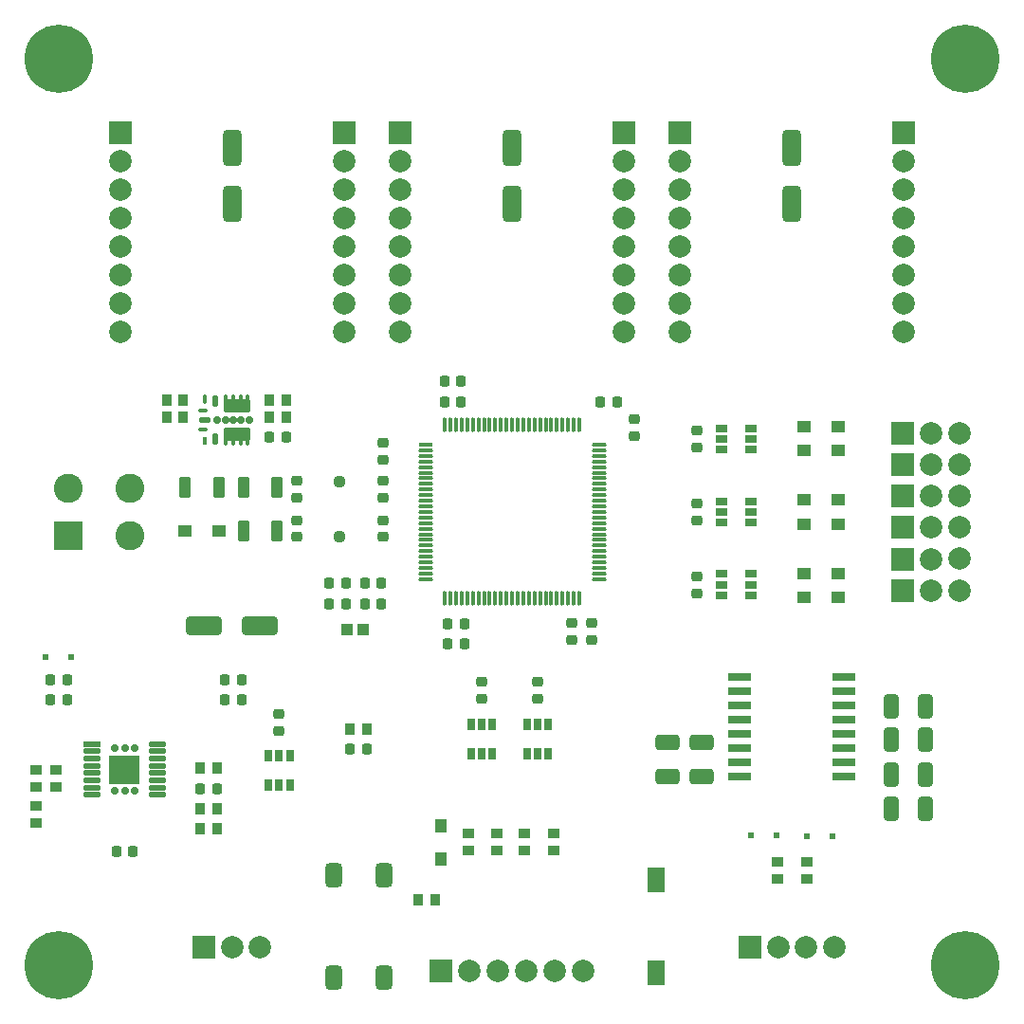
<source format=gts>
G04*
G04 #@! TF.GenerationSoftware,Altium Limited,Altium Designer,19.1.6 (110)*
G04*
G04 Layer_Color=8388736*
%FSLAX43Y43*%
%MOMM*%
G71*
G01*
G75*
G04:AMPARAMS|DCode=18|XSize=1mm|YSize=0.9mm|CornerRadius=0.25mm|HoleSize=0mm|Usage=FLASHONLY|Rotation=0.000|XOffset=0mm|YOffset=0mm|HoleType=Round|Shape=RoundedRectangle|*
%AMROUNDEDRECTD18*
21,1,1.000,0.400,0,0,0.0*
21,1,0.500,0.900,0,0,0.0*
1,1,0.500,0.250,-0.200*
1,1,0.500,-0.250,-0.200*
1,1,0.500,-0.250,0.200*
1,1,0.500,0.250,0.200*
%
%ADD18ROUNDEDRECTD18*%
G04:AMPARAMS|DCode=19|XSize=1.7mm|YSize=3.3mm|CornerRadius=0.45mm|HoleSize=0mm|Usage=FLASHONLY|Rotation=0.000|XOffset=0mm|YOffset=0mm|HoleType=Round|Shape=RoundedRectangle|*
%AMROUNDEDRECTD19*
21,1,1.700,2.400,0,0,0.0*
21,1,0.800,3.300,0,0,0.0*
1,1,0.900,0.400,-1.200*
1,1,0.900,-0.400,-1.200*
1,1,0.900,-0.400,1.200*
1,1,0.900,0.400,1.200*
%
%ADD19ROUNDEDRECTD19*%
%ADD20R,0.600X0.600*%
%ADD21R,1.200X1.100*%
%ADD22R,1.100X0.700*%
G04:AMPARAMS|DCode=23|XSize=0.7mm|YSize=1.1mm|CornerRadius=0.2mm|HoleSize=0mm|Usage=FLASHONLY|Rotation=270.000|XOffset=0mm|YOffset=0mm|HoleType=Round|Shape=RoundedRectangle|*
%AMROUNDEDRECTD23*
21,1,0.700,0.700,0,0,270.0*
21,1,0.300,1.100,0,0,270.0*
1,1,0.400,-0.350,-0.150*
1,1,0.400,-0.350,0.150*
1,1,0.400,0.350,0.150*
1,1,0.400,0.350,-0.150*
%
%ADD23ROUNDEDRECTD23*%
%ADD24R,0.700X1.100*%
G04:AMPARAMS|DCode=25|XSize=0.7mm|YSize=1.1mm|CornerRadius=0.2mm|HoleSize=0mm|Usage=FLASHONLY|Rotation=180.000|XOffset=0mm|YOffset=0mm|HoleType=Round|Shape=RoundedRectangle|*
%AMROUNDEDRECTD25*
21,1,0.700,0.700,0,0,180.0*
21,1,0.300,1.100,0,0,180.0*
1,1,0.400,-0.150,0.350*
1,1,0.400,0.150,0.350*
1,1,0.400,0.150,-0.350*
1,1,0.400,-0.150,-0.350*
%
%ADD25ROUNDEDRECTD25*%
%ADD26R,1.100X1.200*%
G04:AMPARAMS|DCode=27|XSize=2.2mm|YSize=1.5mm|CornerRadius=0.4mm|HoleSize=0mm|Usage=FLASHONLY|Rotation=90.000|XOffset=0mm|YOffset=0mm|HoleType=Round|Shape=RoundedRectangle|*
%AMROUNDEDRECTD27*
21,1,2.200,0.700,0,0,90.0*
21,1,1.400,1.500,0,0,90.0*
1,1,0.800,0.350,0.700*
1,1,0.800,0.350,-0.700*
1,1,0.800,-0.350,-0.700*
1,1,0.800,-0.350,0.700*
%
%ADD27ROUNDEDRECTD27*%
%ADD28R,1.600X2.250*%
%ADD29R,1.000X0.900*%
%ADD30R,0.900X1.000*%
%ADD31R,1.120X1.080*%
%ADD32R,2.100X0.700*%
G04:AMPARAMS|DCode=33|XSize=0.7mm|YSize=2.1mm|CornerRadius=0.2mm|HoleSize=0mm|Usage=FLASHONLY|Rotation=270.000|XOffset=0mm|YOffset=0mm|HoleType=Round|Shape=RoundedRectangle|*
%AMROUNDEDRECTD33*
21,1,0.700,1.700,0,0,270.0*
21,1,0.300,2.100,0,0,270.0*
1,1,0.400,-0.850,-0.150*
1,1,0.400,-0.850,0.150*
1,1,0.400,0.850,0.150*
1,1,0.400,0.850,-0.150*
%
%ADD33ROUNDEDRECTD33*%
G04:AMPARAMS|DCode=34|XSize=0.35mm|YSize=1.3mm|CornerRadius=0.113mm|HoleSize=0mm|Usage=FLASHONLY|Rotation=0.000|XOffset=0mm|YOffset=0mm|HoleType=Round|Shape=RoundedRectangle|*
%AMROUNDEDRECTD34*
21,1,0.350,1.075,0,0,0.0*
21,1,0.125,1.300,0,0,0.0*
1,1,0.225,0.063,-0.538*
1,1,0.225,-0.063,-0.538*
1,1,0.225,-0.063,0.538*
1,1,0.225,0.063,0.538*
%
%ADD34ROUNDEDRECTD34*%
G04:AMPARAMS|DCode=35|XSize=0.35mm|YSize=1.3mm|CornerRadius=0.113mm|HoleSize=0mm|Usage=FLASHONLY|Rotation=90.000|XOffset=0mm|YOffset=0mm|HoleType=Round|Shape=RoundedRectangle|*
%AMROUNDEDRECTD35*
21,1,0.350,1.075,0,0,90.0*
21,1,0.125,1.300,0,0,90.0*
1,1,0.225,0.538,0.063*
1,1,0.225,0.538,-0.063*
1,1,0.225,-0.538,-0.063*
1,1,0.225,-0.538,0.063*
%
%ADD35ROUNDEDRECTD35*%
%ADD36R,1.300X0.350*%
G04:AMPARAMS|DCode=37|XSize=2.35mm|YSize=1.225mm|CornerRadius=0.106mm|HoleSize=0mm|Usage=FLASHONLY|Rotation=180.000|XOffset=0mm|YOffset=0mm|HoleType=Round|Shape=RoundedRectangle|*
%AMROUNDEDRECTD37*
21,1,2.350,1.013,0,0,180.0*
21,1,2.138,1.225,0,0,180.0*
1,1,0.213,-1.069,0.506*
1,1,0.213,1.069,0.506*
1,1,0.213,1.069,-0.506*
1,1,0.213,-1.069,-0.506*
%
%ADD37ROUNDEDRECTD37*%
G04:AMPARAMS|DCode=38|XSize=0.4mm|YSize=0.6mm|CornerRadius=0.125mm|HoleSize=0mm|Usage=FLASHONLY|Rotation=180.000|XOffset=0mm|YOffset=0mm|HoleType=Round|Shape=RoundedRectangle|*
%AMROUNDEDRECTD38*
21,1,0.400,0.350,0,0,180.0*
21,1,0.150,0.600,0,0,180.0*
1,1,0.250,-0.075,0.175*
1,1,0.250,0.075,0.175*
1,1,0.250,0.075,-0.175*
1,1,0.250,-0.075,-0.175*
%
%ADD38ROUNDEDRECTD38*%
G04:AMPARAMS|DCode=39|XSize=0.5mm|YSize=1.1mm|CornerRadius=0.15mm|HoleSize=0mm|Usage=FLASHONLY|Rotation=270.000|XOffset=0mm|YOffset=0mm|HoleType=Round|Shape=RoundedRectangle|*
%AMROUNDEDRECTD39*
21,1,0.500,0.800,0,0,270.0*
21,1,0.200,1.100,0,0,270.0*
1,1,0.300,-0.400,-0.100*
1,1,0.300,-0.400,0.100*
1,1,0.300,0.400,0.100*
1,1,0.300,0.400,-0.100*
%
%ADD39ROUNDEDRECTD39*%
G04:AMPARAMS|DCode=40|XSize=0.4mm|YSize=0.8mm|CornerRadius=0.125mm|HoleSize=0mm|Usage=FLASHONLY|Rotation=90.000|XOffset=0mm|YOffset=0mm|HoleType=Round|Shape=RoundedRectangle|*
%AMROUNDEDRECTD40*
21,1,0.400,0.550,0,0,90.0*
21,1,0.150,0.800,0,0,90.0*
1,1,0.250,0.275,0.075*
1,1,0.250,0.275,-0.075*
1,1,0.250,-0.275,-0.075*
1,1,0.250,-0.275,0.075*
%
%ADD40ROUNDEDRECTD40*%
G04:AMPARAMS|DCode=41|XSize=0.4mm|YSize=0.8mm|CornerRadius=0.125mm|HoleSize=0mm|Usage=FLASHONLY|Rotation=180.000|XOffset=0mm|YOffset=0mm|HoleType=Round|Shape=RoundedRectangle|*
%AMROUNDEDRECTD41*
21,1,0.400,0.550,0,0,180.0*
21,1,0.150,0.800,0,0,180.0*
1,1,0.250,-0.075,0.275*
1,1,0.250,0.075,0.275*
1,1,0.250,0.075,-0.275*
1,1,0.250,-0.075,-0.275*
%
%ADD41ROUNDEDRECTD41*%
%ADD42R,0.400X0.800*%
G04:AMPARAMS|DCode=43|XSize=0.5mm|YSize=1.1mm|CornerRadius=0.15mm|HoleSize=0mm|Usage=FLASHONLY|Rotation=0.000|XOffset=0mm|YOffset=0mm|HoleType=Round|Shape=RoundedRectangle|*
%AMROUNDEDRECTD43*
21,1,0.500,0.800,0,0,0.0*
21,1,0.200,1.100,0,0,0.0*
1,1,0.300,0.100,-0.400*
1,1,0.300,-0.100,-0.400*
1,1,0.300,-0.100,0.400*
1,1,0.300,0.100,0.400*
%
%ADD43ROUNDEDRECTD43*%
%ADD44R,1.600X0.500*%
G04:AMPARAMS|DCode=45|XSize=0.5mm|YSize=1.6mm|CornerRadius=0.15mm|HoleSize=0mm|Usage=FLASHONLY|Rotation=90.000|XOffset=0mm|YOffset=0mm|HoleType=Round|Shape=RoundedRectangle|*
%AMROUNDEDRECTD45*
21,1,0.500,1.300,0,0,90.0*
21,1,0.200,1.600,0,0,90.0*
1,1,0.300,0.650,0.100*
1,1,0.300,0.650,-0.100*
1,1,0.300,-0.650,-0.100*
1,1,0.300,-0.650,0.100*
%
%ADD45ROUNDEDRECTD45*%
%ADD46R,2.760X2.560*%
G04:AMPARAMS|DCode=47|XSize=2.2mm|YSize=1.4mm|CornerRadius=0.375mm|HoleSize=0mm|Usage=FLASHONLY|Rotation=90.000|XOffset=0mm|YOffset=0mm|HoleType=Round|Shape=RoundedRectangle|*
%AMROUNDEDRECTD47*
21,1,2.200,0.650,0,0,90.0*
21,1,1.450,1.400,0,0,90.0*
1,1,0.750,0.325,0.725*
1,1,0.750,0.325,-0.725*
1,1,0.750,-0.325,-0.725*
1,1,0.750,-0.325,0.725*
%
%ADD47ROUNDEDRECTD47*%
G04:AMPARAMS|DCode=48|XSize=2.2mm|YSize=1.4mm|CornerRadius=0.375mm|HoleSize=0mm|Usage=FLASHONLY|Rotation=180.000|XOffset=0mm|YOffset=0mm|HoleType=Round|Shape=RoundedRectangle|*
%AMROUNDEDRECTD48*
21,1,2.200,0.650,0,0,180.0*
21,1,1.450,1.400,0,0,180.0*
1,1,0.750,-0.725,0.325*
1,1,0.750,0.725,0.325*
1,1,0.750,0.725,-0.325*
1,1,0.750,-0.725,-0.325*
%
%ADD48ROUNDEDRECTD48*%
G04:AMPARAMS|DCode=49|XSize=1mm|YSize=0.9mm|CornerRadius=0.25mm|HoleSize=0mm|Usage=FLASHONLY|Rotation=90.000|XOffset=0mm|YOffset=0mm|HoleType=Round|Shape=RoundedRectangle|*
%AMROUNDEDRECTD49*
21,1,1.000,0.400,0,0,90.0*
21,1,0.500,0.900,0,0,90.0*
1,1,0.500,0.200,0.250*
1,1,0.500,0.200,-0.250*
1,1,0.500,-0.200,-0.250*
1,1,0.500,-0.200,0.250*
%
%ADD49ROUNDEDRECTD49*%
G04:AMPARAMS|DCode=50|XSize=1.9mm|YSize=1.1mm|CornerRadius=0.3mm|HoleSize=0mm|Usage=FLASHONLY|Rotation=270.000|XOffset=0mm|YOffset=0mm|HoleType=Round|Shape=RoundedRectangle|*
%AMROUNDEDRECTD50*
21,1,1.900,0.500,0,0,270.0*
21,1,1.300,1.100,0,0,270.0*
1,1,0.600,-0.250,-0.650*
1,1,0.600,-0.250,0.650*
1,1,0.600,0.250,0.650*
1,1,0.600,0.250,-0.650*
%
%ADD50ROUNDEDRECTD50*%
G04:AMPARAMS|DCode=51|XSize=1.7mm|YSize=3.3mm|CornerRadius=0.45mm|HoleSize=0mm|Usage=FLASHONLY|Rotation=90.000|XOffset=0mm|YOffset=0mm|HoleType=Round|Shape=RoundedRectangle|*
%AMROUNDEDRECTD51*
21,1,1.700,2.400,0,0,90.0*
21,1,0.800,3.300,0,0,90.0*
1,1,0.900,1.200,0.400*
1,1,0.900,1.200,-0.400*
1,1,0.900,-1.200,-0.400*
1,1,0.900,-1.200,0.400*
%
%ADD51ROUNDEDRECTD51*%
%ADD52C,2.000*%
%ADD53R,2.000X2.000*%
%ADD54R,2.000X2.000*%
%ADD55C,2.600*%
%ADD56R,2.600X2.600*%
%ADD57C,1.130*%
%ADD58C,6.100*%
%ADD59C,0.700*%
D18*
X61500Y50750D02*
D03*
X61500Y52250D02*
D03*
X61500Y44250D02*
D03*
X61500Y45750D02*
D03*
X61500Y37750D02*
D03*
X61500Y39250D02*
D03*
X25800Y42750D02*
D03*
X25800Y44250D02*
D03*
X25800Y47750D02*
D03*
X25800Y46250D02*
D03*
X50300Y33550D02*
D03*
X50300Y35050D02*
D03*
X55900Y53250D02*
D03*
X55900Y51750D02*
D03*
X52100Y33550D02*
D03*
X52100Y35050D02*
D03*
X33500Y44250D02*
D03*
X33500Y42750D02*
D03*
X33500Y47750D02*
D03*
X33500Y46250D02*
D03*
X33500Y49650D02*
D03*
X33500Y51150D02*
D03*
X24200Y26950D02*
D03*
X24200Y25450D02*
D03*
X47300Y29850D02*
D03*
X47300Y28350D02*
D03*
X42300Y29850D02*
D03*
X42300Y28350D02*
D03*
D19*
X70000Y72500D02*
D03*
Y77500D02*
D03*
X45000D02*
D03*
Y72500D02*
D03*
X20000Y77500D02*
D03*
Y72500D02*
D03*
D20*
X71350Y16000D02*
D03*
X73650D02*
D03*
X68650Y16100D02*
D03*
X66350D02*
D03*
X5650Y32000D02*
D03*
X3350D02*
D03*
D21*
X71100Y37400D02*
D03*
X74100D02*
D03*
X71100Y39500D02*
D03*
X74100D02*
D03*
X71100Y43900D02*
D03*
X74100D02*
D03*
X71100Y46100D02*
D03*
X74100D02*
D03*
X71100Y50500D02*
D03*
X74100D02*
D03*
X71100Y52600D02*
D03*
X74100D02*
D03*
X15800Y43300D02*
D03*
X18800D02*
D03*
D22*
X66300Y37550D02*
D03*
Y44050D02*
D03*
Y50550D02*
D03*
D23*
Y38500D02*
D03*
Y39450D02*
D03*
X63700D02*
D03*
Y38500D02*
D03*
Y37550D02*
D03*
X66300Y45000D02*
D03*
Y45950D02*
D03*
X63700D02*
D03*
Y45000D02*
D03*
Y44050D02*
D03*
X66300Y51500D02*
D03*
Y52450D02*
D03*
X63700D02*
D03*
Y51500D02*
D03*
Y50550D02*
D03*
D24*
X23250Y20600D02*
D03*
X46350Y23400D02*
D03*
X41350D02*
D03*
D25*
X24200Y20600D02*
D03*
X25150D02*
D03*
Y23200D02*
D03*
X24200D02*
D03*
X23250D02*
D03*
X47300Y23400D02*
D03*
X48250D02*
D03*
Y26000D02*
D03*
X47300D02*
D03*
X46350D02*
D03*
X42300Y23400D02*
D03*
X43250D02*
D03*
Y26000D02*
D03*
X42300D02*
D03*
X41350D02*
D03*
D26*
X38600Y17000D02*
D03*
Y14000D02*
D03*
D27*
X29060Y3450D02*
D03*
Y12550D02*
D03*
X33540D02*
D03*
Y3450D02*
D03*
D28*
X57900Y12125D02*
D03*
Y3875D02*
D03*
D29*
X68700Y13750D02*
D03*
X68700Y12250D02*
D03*
X71300Y13750D02*
D03*
X71300Y12250D02*
D03*
X48700Y16250D02*
D03*
X48700Y14750D02*
D03*
X46100Y16250D02*
D03*
X46100Y14750D02*
D03*
X43600Y16250D02*
D03*
X43600Y14750D02*
D03*
X2500Y18750D02*
D03*
X2500Y17250D02*
D03*
X4300Y21950D02*
D03*
X4300Y20450D02*
D03*
X2500Y21950D02*
D03*
X2500Y20450D02*
D03*
X41100Y16250D02*
D03*
X41100Y14750D02*
D03*
D30*
X32050Y25600D02*
D03*
X30550Y25600D02*
D03*
X24850Y55000D02*
D03*
X23350Y55000D02*
D03*
Y53500D02*
D03*
X24850Y53500D02*
D03*
X15650Y55000D02*
D03*
X14150Y55000D02*
D03*
Y53500D02*
D03*
X15650Y53500D02*
D03*
X18650Y22100D02*
D03*
X17150Y22100D02*
D03*
Y16700D02*
D03*
X18650Y16700D02*
D03*
X17150Y18500D02*
D03*
X18650Y18500D02*
D03*
X38100Y10400D02*
D03*
X36600Y10400D02*
D03*
D31*
X30260Y34500D02*
D03*
X31740D02*
D03*
D32*
X74650Y21355D02*
D03*
D33*
Y22625D02*
D03*
Y23895D02*
D03*
Y25165D02*
D03*
Y26435D02*
D03*
Y27705D02*
D03*
Y28975D02*
D03*
Y30245D02*
D03*
X65350Y21355D02*
D03*
Y22625D02*
D03*
Y23895D02*
D03*
Y25165D02*
D03*
Y26435D02*
D03*
Y27705D02*
D03*
Y28975D02*
D03*
Y30245D02*
D03*
D34*
X39000Y52750D02*
D03*
X39500D02*
D03*
X40000D02*
D03*
X40500D02*
D03*
X41000D02*
D03*
X41500D02*
D03*
X42000D02*
D03*
X42500D02*
D03*
X43000D02*
D03*
X43500D02*
D03*
X44000D02*
D03*
X44500D02*
D03*
X45000D02*
D03*
X45500D02*
D03*
X46000D02*
D03*
X46500D02*
D03*
X47000D02*
D03*
X47500D02*
D03*
X48000D02*
D03*
X48500D02*
D03*
X49000D02*
D03*
X49500D02*
D03*
X50000D02*
D03*
X50500D02*
D03*
X51000D02*
D03*
Y37250D02*
D03*
X50500D02*
D03*
X50000D02*
D03*
X49500D02*
D03*
X49000D02*
D03*
X48500D02*
D03*
X48000D02*
D03*
X47500D02*
D03*
X47000D02*
D03*
X46500D02*
D03*
X46000D02*
D03*
X45500D02*
D03*
X45000D02*
D03*
X44500D02*
D03*
X44000D02*
D03*
X43500D02*
D03*
X43000D02*
D03*
X42500D02*
D03*
X42000D02*
D03*
X41500D02*
D03*
X41000D02*
D03*
X40500D02*
D03*
X40000D02*
D03*
X39500D02*
D03*
X39000D02*
D03*
D35*
X52750Y51000D02*
D03*
Y50500D02*
D03*
Y50000D02*
D03*
Y49500D02*
D03*
Y49000D02*
D03*
Y48500D02*
D03*
Y48000D02*
D03*
Y47500D02*
D03*
Y47000D02*
D03*
Y46500D02*
D03*
Y46000D02*
D03*
Y45500D02*
D03*
Y45000D02*
D03*
Y44500D02*
D03*
Y44000D02*
D03*
Y43500D02*
D03*
Y43000D02*
D03*
Y42500D02*
D03*
Y42000D02*
D03*
Y41500D02*
D03*
Y41000D02*
D03*
Y40500D02*
D03*
Y40000D02*
D03*
Y39500D02*
D03*
Y39000D02*
D03*
X37250D02*
D03*
Y39500D02*
D03*
Y40000D02*
D03*
Y40500D02*
D03*
Y41000D02*
D03*
Y41500D02*
D03*
Y42000D02*
D03*
Y42500D02*
D03*
Y43000D02*
D03*
Y43500D02*
D03*
Y44000D02*
D03*
Y44500D02*
D03*
Y45000D02*
D03*
Y45500D02*
D03*
Y46000D02*
D03*
Y46500D02*
D03*
Y47000D02*
D03*
Y47500D02*
D03*
Y48000D02*
D03*
Y48500D02*
D03*
Y49000D02*
D03*
Y49500D02*
D03*
Y50000D02*
D03*
Y50500D02*
D03*
D36*
Y51000D02*
D03*
D37*
X20425Y51940D02*
D03*
Y54460D02*
D03*
D38*
X19450Y55150D02*
D03*
X20100D02*
D03*
X20750D02*
D03*
X21400D02*
D03*
Y51250D02*
D03*
X20750D02*
D03*
X20100D02*
D03*
X19450D02*
D03*
D39*
X17550Y53200D02*
D03*
D40*
X17400Y52350D02*
D03*
Y54050D02*
D03*
D41*
X17600Y55050D02*
D03*
D42*
Y51350D02*
D03*
D43*
X18450Y51500D02*
D03*
Y54900D02*
D03*
D44*
X7500Y24275D02*
D03*
D45*
Y23625D02*
D03*
Y22975D02*
D03*
Y22325D02*
D03*
Y21675D02*
D03*
Y21025D02*
D03*
Y20375D02*
D03*
Y19725D02*
D03*
X13300Y24275D02*
D03*
Y23625D02*
D03*
Y22975D02*
D03*
Y22325D02*
D03*
Y21675D02*
D03*
Y21025D02*
D03*
Y20375D02*
D03*
Y19725D02*
D03*
D46*
X10400Y22000D02*
D03*
D47*
X81900Y18450D02*
D03*
X78900D02*
D03*
X81900Y21550D02*
D03*
X78900D02*
D03*
X81900Y27650D02*
D03*
X78900D02*
D03*
X81900Y24650D02*
D03*
X78900D02*
D03*
D48*
X61900Y24400D02*
D03*
Y21400D02*
D03*
X58900Y24400D02*
D03*
Y21400D02*
D03*
D49*
X32050Y23800D02*
D03*
X30550Y23800D02*
D03*
X33350Y38600D02*
D03*
X31850Y38600D02*
D03*
X28650Y38600D02*
D03*
X30150Y38600D02*
D03*
X40450Y54800D02*
D03*
X38950Y54800D02*
D03*
X40450Y56700D02*
D03*
X38950Y56700D02*
D03*
X54350Y54800D02*
D03*
X52850Y54800D02*
D03*
X39250Y33200D02*
D03*
X40750Y33200D02*
D03*
X39250Y35000D02*
D03*
X40750Y35000D02*
D03*
X24850Y51700D02*
D03*
X23350Y51700D02*
D03*
X20850Y28200D02*
D03*
X19350Y28200D02*
D03*
X11160Y14700D02*
D03*
X9660Y14700D02*
D03*
X18650Y20300D02*
D03*
X17150Y20300D02*
D03*
X5250Y28200D02*
D03*
X3750Y28200D02*
D03*
X5250Y30000D02*
D03*
X3750Y30000D02*
D03*
X20850Y30000D02*
D03*
X19350Y30000D02*
D03*
X30150Y36800D02*
D03*
X28650Y36800D02*
D03*
X31850Y36800D02*
D03*
X33350Y36800D02*
D03*
D50*
X18800Y47200D02*
D03*
X15800D02*
D03*
X21000D02*
D03*
X24000D02*
D03*
X21000Y43300D02*
D03*
X24000D02*
D03*
D51*
X17500Y34800D02*
D03*
X22500D02*
D03*
D52*
X68750Y6138D02*
D03*
X71250D02*
D03*
X73750D02*
D03*
X80000Y61110D02*
D03*
Y63650D02*
D03*
Y66190D02*
D03*
Y68730D02*
D03*
Y71270D02*
D03*
Y76350D02*
D03*
Y73810D02*
D03*
X55000Y61110D02*
D03*
Y63650D02*
D03*
Y66190D02*
D03*
Y68730D02*
D03*
Y71270D02*
D03*
Y76350D02*
D03*
Y73810D02*
D03*
X30000Y61110D02*
D03*
Y63650D02*
D03*
Y66190D02*
D03*
Y68730D02*
D03*
Y71270D02*
D03*
Y76350D02*
D03*
Y73810D02*
D03*
X60000Y61110D02*
D03*
Y63650D02*
D03*
Y66190D02*
D03*
Y68730D02*
D03*
Y71270D02*
D03*
Y76350D02*
D03*
Y73810D02*
D03*
X35000Y61110D02*
D03*
Y63650D02*
D03*
Y66190D02*
D03*
Y68730D02*
D03*
Y71270D02*
D03*
Y76350D02*
D03*
Y73810D02*
D03*
X10000Y61110D02*
D03*
Y63650D02*
D03*
Y66190D02*
D03*
Y68730D02*
D03*
Y71270D02*
D03*
Y76350D02*
D03*
Y73810D02*
D03*
X82400Y38000D02*
D03*
X84945Y38005D02*
D03*
X82400Y40800D02*
D03*
X84945Y40805D02*
D03*
X82400Y43600D02*
D03*
X84945Y43605D02*
D03*
X82400Y46400D02*
D03*
X84945Y46405D02*
D03*
X82400Y49200D02*
D03*
X84945Y49205D02*
D03*
X82400Y52000D02*
D03*
X84945Y52005D02*
D03*
X20001Y6137D02*
D03*
X22501D02*
D03*
X43730Y4000D02*
D03*
X41190D02*
D03*
X46270D02*
D03*
X48810D02*
D03*
X51350D02*
D03*
D53*
X66250Y6138D02*
D03*
X79860Y38000D02*
D03*
Y40800D02*
D03*
Y43600D02*
D03*
Y46400D02*
D03*
Y49200D02*
D03*
X79860Y52000D02*
D03*
X17501Y6137D02*
D03*
X38650Y4000D02*
D03*
D54*
X80000Y78890D02*
D03*
X55000D02*
D03*
X30000D02*
D03*
X60000D02*
D03*
X35000D02*
D03*
X10000D02*
D03*
D55*
X10850Y42900D02*
D03*
Y47100D02*
D03*
X5350D02*
D03*
D56*
Y42900D02*
D03*
D57*
X29550Y47690D02*
D03*
Y42810D02*
D03*
D58*
X4500Y85500D02*
D03*
X4500Y4500D02*
D03*
X85500D02*
D03*
X85500Y85500D02*
D03*
D59*
X18700Y53200D02*
D03*
X10400Y22000D02*
D03*
X10410Y22900D02*
D03*
X11310D02*
D03*
Y22000D02*
D03*
Y21100D02*
D03*
X10410D02*
D03*
X9510D02*
D03*
Y22000D02*
D03*
Y22900D02*
D03*
Y20100D02*
D03*
X10410D02*
D03*
X11310D02*
D03*
X9510Y23900D02*
D03*
X10410D02*
D03*
X11310D02*
D03*
X19400Y53200D02*
D03*
X20100D02*
D03*
X20800D02*
D03*
X21500D02*
D03*
M02*

</source>
